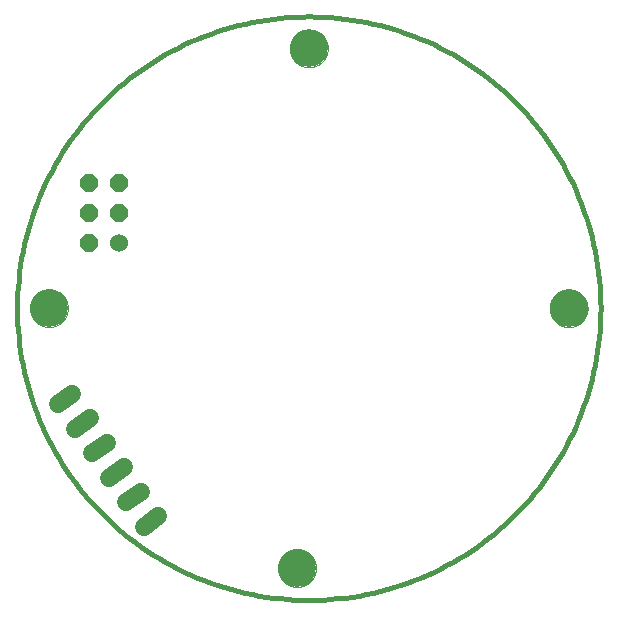
<source format=gbs>
G75*
%MOIN*%
%OFA0B0*%
%FSLAX25Y25*%
%IPPOS*%
%LPD*%
%AMOC8*
5,1,8,0,0,1.08239X$1,22.5*
%
%ADD10C,0.01600*%
%ADD11C,0.00000*%
%ADD12C,0.12598*%
%ADD13C,0.06000*%
%ADD14C,0.06000*%
%ADD15OC8,0.06000*%
D10*
X0002582Y0099819D02*
X0002611Y0102205D01*
X0002699Y0104590D01*
X0002845Y0106972D01*
X0003050Y0109350D01*
X0003313Y0111722D01*
X0003634Y0114087D01*
X0004014Y0116443D01*
X0004450Y0118789D01*
X0004945Y0121124D01*
X0005496Y0123446D01*
X0006104Y0125753D01*
X0006769Y0128045D01*
X0007490Y0130320D01*
X0008266Y0132577D01*
X0009098Y0134814D01*
X0009984Y0137030D01*
X0010924Y0139223D01*
X0011918Y0141393D01*
X0012965Y0143538D01*
X0014064Y0145656D01*
X0015214Y0147747D01*
X0016416Y0149809D01*
X0017668Y0151841D01*
X0018969Y0153841D01*
X0020320Y0155809D01*
X0021718Y0157743D01*
X0023163Y0159642D01*
X0024654Y0161505D01*
X0026190Y0163332D01*
X0027771Y0165119D01*
X0029395Y0166868D01*
X0031062Y0168576D01*
X0032770Y0170243D01*
X0034519Y0171867D01*
X0036306Y0173448D01*
X0038133Y0174984D01*
X0039996Y0176475D01*
X0041895Y0177920D01*
X0043829Y0179318D01*
X0045797Y0180669D01*
X0047797Y0181970D01*
X0049829Y0183222D01*
X0051891Y0184424D01*
X0053982Y0185574D01*
X0056100Y0186673D01*
X0058245Y0187720D01*
X0060415Y0188714D01*
X0062608Y0189654D01*
X0064824Y0190540D01*
X0067061Y0191372D01*
X0069318Y0192148D01*
X0071593Y0192869D01*
X0073885Y0193534D01*
X0076192Y0194142D01*
X0078514Y0194693D01*
X0080849Y0195188D01*
X0083195Y0195624D01*
X0085551Y0196004D01*
X0087916Y0196325D01*
X0090288Y0196588D01*
X0092666Y0196793D01*
X0095048Y0196939D01*
X0097433Y0197027D01*
X0099819Y0197056D01*
X0102205Y0197027D01*
X0104590Y0196939D01*
X0106972Y0196793D01*
X0109350Y0196588D01*
X0111722Y0196325D01*
X0114087Y0196004D01*
X0116443Y0195624D01*
X0118789Y0195188D01*
X0121124Y0194693D01*
X0123446Y0194142D01*
X0125753Y0193534D01*
X0128045Y0192869D01*
X0130320Y0192148D01*
X0132577Y0191372D01*
X0134814Y0190540D01*
X0137030Y0189654D01*
X0139223Y0188714D01*
X0141393Y0187720D01*
X0143538Y0186673D01*
X0145656Y0185574D01*
X0147747Y0184424D01*
X0149809Y0183222D01*
X0151841Y0181970D01*
X0153841Y0180669D01*
X0155809Y0179318D01*
X0157743Y0177920D01*
X0159642Y0176475D01*
X0161505Y0174984D01*
X0163332Y0173448D01*
X0165119Y0171867D01*
X0166868Y0170243D01*
X0168576Y0168576D01*
X0170243Y0166868D01*
X0171867Y0165119D01*
X0173448Y0163332D01*
X0174984Y0161505D01*
X0176475Y0159642D01*
X0177920Y0157743D01*
X0179318Y0155809D01*
X0180669Y0153841D01*
X0181970Y0151841D01*
X0183222Y0149809D01*
X0184424Y0147747D01*
X0185574Y0145656D01*
X0186673Y0143538D01*
X0187720Y0141393D01*
X0188714Y0139223D01*
X0189654Y0137030D01*
X0190540Y0134814D01*
X0191372Y0132577D01*
X0192148Y0130320D01*
X0192869Y0128045D01*
X0193534Y0125753D01*
X0194142Y0123446D01*
X0194693Y0121124D01*
X0195188Y0118789D01*
X0195624Y0116443D01*
X0196004Y0114087D01*
X0196325Y0111722D01*
X0196588Y0109350D01*
X0196793Y0106972D01*
X0196939Y0104590D01*
X0197027Y0102205D01*
X0197056Y0099819D01*
X0197027Y0097433D01*
X0196939Y0095048D01*
X0196793Y0092666D01*
X0196588Y0090288D01*
X0196325Y0087916D01*
X0196004Y0085551D01*
X0195624Y0083195D01*
X0195188Y0080849D01*
X0194693Y0078514D01*
X0194142Y0076192D01*
X0193534Y0073885D01*
X0192869Y0071593D01*
X0192148Y0069318D01*
X0191372Y0067061D01*
X0190540Y0064824D01*
X0189654Y0062608D01*
X0188714Y0060415D01*
X0187720Y0058245D01*
X0186673Y0056100D01*
X0185574Y0053982D01*
X0184424Y0051891D01*
X0183222Y0049829D01*
X0181970Y0047797D01*
X0180669Y0045797D01*
X0179318Y0043829D01*
X0177920Y0041895D01*
X0176475Y0039996D01*
X0174984Y0038133D01*
X0173448Y0036306D01*
X0171867Y0034519D01*
X0170243Y0032770D01*
X0168576Y0031062D01*
X0166868Y0029395D01*
X0165119Y0027771D01*
X0163332Y0026190D01*
X0161505Y0024654D01*
X0159642Y0023163D01*
X0157743Y0021718D01*
X0155809Y0020320D01*
X0153841Y0018969D01*
X0151841Y0017668D01*
X0149809Y0016416D01*
X0147747Y0015214D01*
X0145656Y0014064D01*
X0143538Y0012965D01*
X0141393Y0011918D01*
X0139223Y0010924D01*
X0137030Y0009984D01*
X0134814Y0009098D01*
X0132577Y0008266D01*
X0130320Y0007490D01*
X0128045Y0006769D01*
X0125753Y0006104D01*
X0123446Y0005496D01*
X0121124Y0004945D01*
X0118789Y0004450D01*
X0116443Y0004014D01*
X0114087Y0003634D01*
X0111722Y0003313D01*
X0109350Y0003050D01*
X0106972Y0002845D01*
X0104590Y0002699D01*
X0102205Y0002611D01*
X0099819Y0002582D01*
X0097433Y0002611D01*
X0095048Y0002699D01*
X0092666Y0002845D01*
X0090288Y0003050D01*
X0087916Y0003313D01*
X0085551Y0003634D01*
X0083195Y0004014D01*
X0080849Y0004450D01*
X0078514Y0004945D01*
X0076192Y0005496D01*
X0073885Y0006104D01*
X0071593Y0006769D01*
X0069318Y0007490D01*
X0067061Y0008266D01*
X0064824Y0009098D01*
X0062608Y0009984D01*
X0060415Y0010924D01*
X0058245Y0011918D01*
X0056100Y0012965D01*
X0053982Y0014064D01*
X0051891Y0015214D01*
X0049829Y0016416D01*
X0047797Y0017668D01*
X0045797Y0018969D01*
X0043829Y0020320D01*
X0041895Y0021718D01*
X0039996Y0023163D01*
X0038133Y0024654D01*
X0036306Y0026190D01*
X0034519Y0027771D01*
X0032770Y0029395D01*
X0031062Y0031062D01*
X0029395Y0032770D01*
X0027771Y0034519D01*
X0026190Y0036306D01*
X0024654Y0038133D01*
X0023163Y0039996D01*
X0021718Y0041895D01*
X0020320Y0043829D01*
X0018969Y0045797D01*
X0017668Y0047797D01*
X0016416Y0049829D01*
X0015214Y0051891D01*
X0014064Y0053982D01*
X0012965Y0056100D01*
X0011918Y0058245D01*
X0010924Y0060415D01*
X0009984Y0062608D01*
X0009098Y0064824D01*
X0008266Y0067061D01*
X0007490Y0069318D01*
X0006769Y0071593D01*
X0006104Y0073885D01*
X0005496Y0076192D01*
X0004945Y0078514D01*
X0004450Y0080849D01*
X0004014Y0083195D01*
X0003634Y0085551D01*
X0003313Y0087916D01*
X0003050Y0090288D01*
X0002845Y0092666D01*
X0002699Y0095048D01*
X0002611Y0097433D01*
X0002582Y0099819D01*
D11*
X0006906Y0099819D02*
X0006908Y0099977D01*
X0006914Y0100135D01*
X0006924Y0100293D01*
X0006938Y0100451D01*
X0006956Y0100608D01*
X0006977Y0100765D01*
X0007003Y0100921D01*
X0007033Y0101077D01*
X0007066Y0101232D01*
X0007104Y0101385D01*
X0007145Y0101538D01*
X0007190Y0101690D01*
X0007239Y0101841D01*
X0007292Y0101990D01*
X0007348Y0102138D01*
X0007408Y0102284D01*
X0007472Y0102429D01*
X0007540Y0102572D01*
X0007611Y0102714D01*
X0007685Y0102854D01*
X0007763Y0102991D01*
X0007845Y0103127D01*
X0007929Y0103261D01*
X0008018Y0103392D01*
X0008109Y0103521D01*
X0008204Y0103648D01*
X0008301Y0103773D01*
X0008402Y0103895D01*
X0008506Y0104014D01*
X0008613Y0104131D01*
X0008723Y0104245D01*
X0008836Y0104356D01*
X0008951Y0104465D01*
X0009069Y0104570D01*
X0009190Y0104672D01*
X0009313Y0104772D01*
X0009439Y0104868D01*
X0009567Y0104961D01*
X0009697Y0105051D01*
X0009830Y0105137D01*
X0009965Y0105221D01*
X0010101Y0105300D01*
X0010240Y0105377D01*
X0010381Y0105449D01*
X0010523Y0105519D01*
X0010667Y0105584D01*
X0010813Y0105646D01*
X0010960Y0105704D01*
X0011109Y0105759D01*
X0011259Y0105810D01*
X0011410Y0105857D01*
X0011562Y0105900D01*
X0011715Y0105939D01*
X0011870Y0105975D01*
X0012025Y0106006D01*
X0012181Y0106034D01*
X0012337Y0106058D01*
X0012494Y0106078D01*
X0012652Y0106094D01*
X0012809Y0106106D01*
X0012968Y0106114D01*
X0013126Y0106118D01*
X0013284Y0106118D01*
X0013442Y0106114D01*
X0013601Y0106106D01*
X0013758Y0106094D01*
X0013916Y0106078D01*
X0014073Y0106058D01*
X0014229Y0106034D01*
X0014385Y0106006D01*
X0014540Y0105975D01*
X0014695Y0105939D01*
X0014848Y0105900D01*
X0015000Y0105857D01*
X0015151Y0105810D01*
X0015301Y0105759D01*
X0015450Y0105704D01*
X0015597Y0105646D01*
X0015743Y0105584D01*
X0015887Y0105519D01*
X0016029Y0105449D01*
X0016170Y0105377D01*
X0016309Y0105300D01*
X0016445Y0105221D01*
X0016580Y0105137D01*
X0016713Y0105051D01*
X0016843Y0104961D01*
X0016971Y0104868D01*
X0017097Y0104772D01*
X0017220Y0104672D01*
X0017341Y0104570D01*
X0017459Y0104465D01*
X0017574Y0104356D01*
X0017687Y0104245D01*
X0017797Y0104131D01*
X0017904Y0104014D01*
X0018008Y0103895D01*
X0018109Y0103773D01*
X0018206Y0103648D01*
X0018301Y0103521D01*
X0018392Y0103392D01*
X0018481Y0103261D01*
X0018565Y0103127D01*
X0018647Y0102991D01*
X0018725Y0102854D01*
X0018799Y0102714D01*
X0018870Y0102572D01*
X0018938Y0102429D01*
X0019002Y0102284D01*
X0019062Y0102138D01*
X0019118Y0101990D01*
X0019171Y0101841D01*
X0019220Y0101690D01*
X0019265Y0101538D01*
X0019306Y0101385D01*
X0019344Y0101232D01*
X0019377Y0101077D01*
X0019407Y0100921D01*
X0019433Y0100765D01*
X0019454Y0100608D01*
X0019472Y0100451D01*
X0019486Y0100293D01*
X0019496Y0100135D01*
X0019502Y0099977D01*
X0019504Y0099819D01*
X0019502Y0099661D01*
X0019496Y0099503D01*
X0019486Y0099345D01*
X0019472Y0099187D01*
X0019454Y0099030D01*
X0019433Y0098873D01*
X0019407Y0098717D01*
X0019377Y0098561D01*
X0019344Y0098406D01*
X0019306Y0098253D01*
X0019265Y0098100D01*
X0019220Y0097948D01*
X0019171Y0097797D01*
X0019118Y0097648D01*
X0019062Y0097500D01*
X0019002Y0097354D01*
X0018938Y0097209D01*
X0018870Y0097066D01*
X0018799Y0096924D01*
X0018725Y0096784D01*
X0018647Y0096647D01*
X0018565Y0096511D01*
X0018481Y0096377D01*
X0018392Y0096246D01*
X0018301Y0096117D01*
X0018206Y0095990D01*
X0018109Y0095865D01*
X0018008Y0095743D01*
X0017904Y0095624D01*
X0017797Y0095507D01*
X0017687Y0095393D01*
X0017574Y0095282D01*
X0017459Y0095173D01*
X0017341Y0095068D01*
X0017220Y0094966D01*
X0017097Y0094866D01*
X0016971Y0094770D01*
X0016843Y0094677D01*
X0016713Y0094587D01*
X0016580Y0094501D01*
X0016445Y0094417D01*
X0016309Y0094338D01*
X0016170Y0094261D01*
X0016029Y0094189D01*
X0015887Y0094119D01*
X0015743Y0094054D01*
X0015597Y0093992D01*
X0015450Y0093934D01*
X0015301Y0093879D01*
X0015151Y0093828D01*
X0015000Y0093781D01*
X0014848Y0093738D01*
X0014695Y0093699D01*
X0014540Y0093663D01*
X0014385Y0093632D01*
X0014229Y0093604D01*
X0014073Y0093580D01*
X0013916Y0093560D01*
X0013758Y0093544D01*
X0013601Y0093532D01*
X0013442Y0093524D01*
X0013284Y0093520D01*
X0013126Y0093520D01*
X0012968Y0093524D01*
X0012809Y0093532D01*
X0012652Y0093544D01*
X0012494Y0093560D01*
X0012337Y0093580D01*
X0012181Y0093604D01*
X0012025Y0093632D01*
X0011870Y0093663D01*
X0011715Y0093699D01*
X0011562Y0093738D01*
X0011410Y0093781D01*
X0011259Y0093828D01*
X0011109Y0093879D01*
X0010960Y0093934D01*
X0010813Y0093992D01*
X0010667Y0094054D01*
X0010523Y0094119D01*
X0010381Y0094189D01*
X0010240Y0094261D01*
X0010101Y0094338D01*
X0009965Y0094417D01*
X0009830Y0094501D01*
X0009697Y0094587D01*
X0009567Y0094677D01*
X0009439Y0094770D01*
X0009313Y0094866D01*
X0009190Y0094966D01*
X0009069Y0095068D01*
X0008951Y0095173D01*
X0008836Y0095282D01*
X0008723Y0095393D01*
X0008613Y0095507D01*
X0008506Y0095624D01*
X0008402Y0095743D01*
X0008301Y0095865D01*
X0008204Y0095990D01*
X0008109Y0096117D01*
X0008018Y0096246D01*
X0007929Y0096377D01*
X0007845Y0096511D01*
X0007763Y0096647D01*
X0007685Y0096784D01*
X0007611Y0096924D01*
X0007540Y0097066D01*
X0007472Y0097209D01*
X0007408Y0097354D01*
X0007348Y0097500D01*
X0007292Y0097648D01*
X0007239Y0097797D01*
X0007190Y0097948D01*
X0007145Y0098100D01*
X0007104Y0098253D01*
X0007066Y0098406D01*
X0007033Y0098561D01*
X0007003Y0098717D01*
X0006977Y0098873D01*
X0006956Y0099030D01*
X0006938Y0099187D01*
X0006924Y0099345D01*
X0006914Y0099503D01*
X0006908Y0099661D01*
X0006906Y0099819D01*
X0089583Y0013205D02*
X0089585Y0013363D01*
X0089591Y0013521D01*
X0089601Y0013679D01*
X0089615Y0013837D01*
X0089633Y0013994D01*
X0089654Y0014151D01*
X0089680Y0014307D01*
X0089710Y0014463D01*
X0089743Y0014618D01*
X0089781Y0014771D01*
X0089822Y0014924D01*
X0089867Y0015076D01*
X0089916Y0015227D01*
X0089969Y0015376D01*
X0090025Y0015524D01*
X0090085Y0015670D01*
X0090149Y0015815D01*
X0090217Y0015958D01*
X0090288Y0016100D01*
X0090362Y0016240D01*
X0090440Y0016377D01*
X0090522Y0016513D01*
X0090606Y0016647D01*
X0090695Y0016778D01*
X0090786Y0016907D01*
X0090881Y0017034D01*
X0090978Y0017159D01*
X0091079Y0017281D01*
X0091183Y0017400D01*
X0091290Y0017517D01*
X0091400Y0017631D01*
X0091513Y0017742D01*
X0091628Y0017851D01*
X0091746Y0017956D01*
X0091867Y0018058D01*
X0091990Y0018158D01*
X0092116Y0018254D01*
X0092244Y0018347D01*
X0092374Y0018437D01*
X0092507Y0018523D01*
X0092642Y0018607D01*
X0092778Y0018686D01*
X0092917Y0018763D01*
X0093058Y0018835D01*
X0093200Y0018905D01*
X0093344Y0018970D01*
X0093490Y0019032D01*
X0093637Y0019090D01*
X0093786Y0019145D01*
X0093936Y0019196D01*
X0094087Y0019243D01*
X0094239Y0019286D01*
X0094392Y0019325D01*
X0094547Y0019361D01*
X0094702Y0019392D01*
X0094858Y0019420D01*
X0095014Y0019444D01*
X0095171Y0019464D01*
X0095329Y0019480D01*
X0095486Y0019492D01*
X0095645Y0019500D01*
X0095803Y0019504D01*
X0095961Y0019504D01*
X0096119Y0019500D01*
X0096278Y0019492D01*
X0096435Y0019480D01*
X0096593Y0019464D01*
X0096750Y0019444D01*
X0096906Y0019420D01*
X0097062Y0019392D01*
X0097217Y0019361D01*
X0097372Y0019325D01*
X0097525Y0019286D01*
X0097677Y0019243D01*
X0097828Y0019196D01*
X0097978Y0019145D01*
X0098127Y0019090D01*
X0098274Y0019032D01*
X0098420Y0018970D01*
X0098564Y0018905D01*
X0098706Y0018835D01*
X0098847Y0018763D01*
X0098986Y0018686D01*
X0099122Y0018607D01*
X0099257Y0018523D01*
X0099390Y0018437D01*
X0099520Y0018347D01*
X0099648Y0018254D01*
X0099774Y0018158D01*
X0099897Y0018058D01*
X0100018Y0017956D01*
X0100136Y0017851D01*
X0100251Y0017742D01*
X0100364Y0017631D01*
X0100474Y0017517D01*
X0100581Y0017400D01*
X0100685Y0017281D01*
X0100786Y0017159D01*
X0100883Y0017034D01*
X0100978Y0016907D01*
X0101069Y0016778D01*
X0101158Y0016647D01*
X0101242Y0016513D01*
X0101324Y0016377D01*
X0101402Y0016240D01*
X0101476Y0016100D01*
X0101547Y0015958D01*
X0101615Y0015815D01*
X0101679Y0015670D01*
X0101739Y0015524D01*
X0101795Y0015376D01*
X0101848Y0015227D01*
X0101897Y0015076D01*
X0101942Y0014924D01*
X0101983Y0014771D01*
X0102021Y0014618D01*
X0102054Y0014463D01*
X0102084Y0014307D01*
X0102110Y0014151D01*
X0102131Y0013994D01*
X0102149Y0013837D01*
X0102163Y0013679D01*
X0102173Y0013521D01*
X0102179Y0013363D01*
X0102181Y0013205D01*
X0102179Y0013047D01*
X0102173Y0012889D01*
X0102163Y0012731D01*
X0102149Y0012573D01*
X0102131Y0012416D01*
X0102110Y0012259D01*
X0102084Y0012103D01*
X0102054Y0011947D01*
X0102021Y0011792D01*
X0101983Y0011639D01*
X0101942Y0011486D01*
X0101897Y0011334D01*
X0101848Y0011183D01*
X0101795Y0011034D01*
X0101739Y0010886D01*
X0101679Y0010740D01*
X0101615Y0010595D01*
X0101547Y0010452D01*
X0101476Y0010310D01*
X0101402Y0010170D01*
X0101324Y0010033D01*
X0101242Y0009897D01*
X0101158Y0009763D01*
X0101069Y0009632D01*
X0100978Y0009503D01*
X0100883Y0009376D01*
X0100786Y0009251D01*
X0100685Y0009129D01*
X0100581Y0009010D01*
X0100474Y0008893D01*
X0100364Y0008779D01*
X0100251Y0008668D01*
X0100136Y0008559D01*
X0100018Y0008454D01*
X0099897Y0008352D01*
X0099774Y0008252D01*
X0099648Y0008156D01*
X0099520Y0008063D01*
X0099390Y0007973D01*
X0099257Y0007887D01*
X0099122Y0007803D01*
X0098986Y0007724D01*
X0098847Y0007647D01*
X0098706Y0007575D01*
X0098564Y0007505D01*
X0098420Y0007440D01*
X0098274Y0007378D01*
X0098127Y0007320D01*
X0097978Y0007265D01*
X0097828Y0007214D01*
X0097677Y0007167D01*
X0097525Y0007124D01*
X0097372Y0007085D01*
X0097217Y0007049D01*
X0097062Y0007018D01*
X0096906Y0006990D01*
X0096750Y0006966D01*
X0096593Y0006946D01*
X0096435Y0006930D01*
X0096278Y0006918D01*
X0096119Y0006910D01*
X0095961Y0006906D01*
X0095803Y0006906D01*
X0095645Y0006910D01*
X0095486Y0006918D01*
X0095329Y0006930D01*
X0095171Y0006946D01*
X0095014Y0006966D01*
X0094858Y0006990D01*
X0094702Y0007018D01*
X0094547Y0007049D01*
X0094392Y0007085D01*
X0094239Y0007124D01*
X0094087Y0007167D01*
X0093936Y0007214D01*
X0093786Y0007265D01*
X0093637Y0007320D01*
X0093490Y0007378D01*
X0093344Y0007440D01*
X0093200Y0007505D01*
X0093058Y0007575D01*
X0092917Y0007647D01*
X0092778Y0007724D01*
X0092642Y0007803D01*
X0092507Y0007887D01*
X0092374Y0007973D01*
X0092244Y0008063D01*
X0092116Y0008156D01*
X0091990Y0008252D01*
X0091867Y0008352D01*
X0091746Y0008454D01*
X0091628Y0008559D01*
X0091513Y0008668D01*
X0091400Y0008779D01*
X0091290Y0008893D01*
X0091183Y0009010D01*
X0091079Y0009129D01*
X0090978Y0009251D01*
X0090881Y0009376D01*
X0090786Y0009503D01*
X0090695Y0009632D01*
X0090606Y0009763D01*
X0090522Y0009897D01*
X0090440Y0010033D01*
X0090362Y0010170D01*
X0090288Y0010310D01*
X0090217Y0010452D01*
X0090149Y0010595D01*
X0090085Y0010740D01*
X0090025Y0010886D01*
X0089969Y0011034D01*
X0089916Y0011183D01*
X0089867Y0011334D01*
X0089822Y0011486D01*
X0089781Y0011639D01*
X0089743Y0011792D01*
X0089710Y0011947D01*
X0089680Y0012103D01*
X0089654Y0012259D01*
X0089633Y0012416D01*
X0089615Y0012573D01*
X0089601Y0012731D01*
X0089591Y0012889D01*
X0089585Y0013047D01*
X0089583Y0013205D01*
X0180134Y0099819D02*
X0180136Y0099977D01*
X0180142Y0100135D01*
X0180152Y0100293D01*
X0180166Y0100451D01*
X0180184Y0100608D01*
X0180205Y0100765D01*
X0180231Y0100921D01*
X0180261Y0101077D01*
X0180294Y0101232D01*
X0180332Y0101385D01*
X0180373Y0101538D01*
X0180418Y0101690D01*
X0180467Y0101841D01*
X0180520Y0101990D01*
X0180576Y0102138D01*
X0180636Y0102284D01*
X0180700Y0102429D01*
X0180768Y0102572D01*
X0180839Y0102714D01*
X0180913Y0102854D01*
X0180991Y0102991D01*
X0181073Y0103127D01*
X0181157Y0103261D01*
X0181246Y0103392D01*
X0181337Y0103521D01*
X0181432Y0103648D01*
X0181529Y0103773D01*
X0181630Y0103895D01*
X0181734Y0104014D01*
X0181841Y0104131D01*
X0181951Y0104245D01*
X0182064Y0104356D01*
X0182179Y0104465D01*
X0182297Y0104570D01*
X0182418Y0104672D01*
X0182541Y0104772D01*
X0182667Y0104868D01*
X0182795Y0104961D01*
X0182925Y0105051D01*
X0183058Y0105137D01*
X0183193Y0105221D01*
X0183329Y0105300D01*
X0183468Y0105377D01*
X0183609Y0105449D01*
X0183751Y0105519D01*
X0183895Y0105584D01*
X0184041Y0105646D01*
X0184188Y0105704D01*
X0184337Y0105759D01*
X0184487Y0105810D01*
X0184638Y0105857D01*
X0184790Y0105900D01*
X0184943Y0105939D01*
X0185098Y0105975D01*
X0185253Y0106006D01*
X0185409Y0106034D01*
X0185565Y0106058D01*
X0185722Y0106078D01*
X0185880Y0106094D01*
X0186037Y0106106D01*
X0186196Y0106114D01*
X0186354Y0106118D01*
X0186512Y0106118D01*
X0186670Y0106114D01*
X0186829Y0106106D01*
X0186986Y0106094D01*
X0187144Y0106078D01*
X0187301Y0106058D01*
X0187457Y0106034D01*
X0187613Y0106006D01*
X0187768Y0105975D01*
X0187923Y0105939D01*
X0188076Y0105900D01*
X0188228Y0105857D01*
X0188379Y0105810D01*
X0188529Y0105759D01*
X0188678Y0105704D01*
X0188825Y0105646D01*
X0188971Y0105584D01*
X0189115Y0105519D01*
X0189257Y0105449D01*
X0189398Y0105377D01*
X0189537Y0105300D01*
X0189673Y0105221D01*
X0189808Y0105137D01*
X0189941Y0105051D01*
X0190071Y0104961D01*
X0190199Y0104868D01*
X0190325Y0104772D01*
X0190448Y0104672D01*
X0190569Y0104570D01*
X0190687Y0104465D01*
X0190802Y0104356D01*
X0190915Y0104245D01*
X0191025Y0104131D01*
X0191132Y0104014D01*
X0191236Y0103895D01*
X0191337Y0103773D01*
X0191434Y0103648D01*
X0191529Y0103521D01*
X0191620Y0103392D01*
X0191709Y0103261D01*
X0191793Y0103127D01*
X0191875Y0102991D01*
X0191953Y0102854D01*
X0192027Y0102714D01*
X0192098Y0102572D01*
X0192166Y0102429D01*
X0192230Y0102284D01*
X0192290Y0102138D01*
X0192346Y0101990D01*
X0192399Y0101841D01*
X0192448Y0101690D01*
X0192493Y0101538D01*
X0192534Y0101385D01*
X0192572Y0101232D01*
X0192605Y0101077D01*
X0192635Y0100921D01*
X0192661Y0100765D01*
X0192682Y0100608D01*
X0192700Y0100451D01*
X0192714Y0100293D01*
X0192724Y0100135D01*
X0192730Y0099977D01*
X0192732Y0099819D01*
X0192730Y0099661D01*
X0192724Y0099503D01*
X0192714Y0099345D01*
X0192700Y0099187D01*
X0192682Y0099030D01*
X0192661Y0098873D01*
X0192635Y0098717D01*
X0192605Y0098561D01*
X0192572Y0098406D01*
X0192534Y0098253D01*
X0192493Y0098100D01*
X0192448Y0097948D01*
X0192399Y0097797D01*
X0192346Y0097648D01*
X0192290Y0097500D01*
X0192230Y0097354D01*
X0192166Y0097209D01*
X0192098Y0097066D01*
X0192027Y0096924D01*
X0191953Y0096784D01*
X0191875Y0096647D01*
X0191793Y0096511D01*
X0191709Y0096377D01*
X0191620Y0096246D01*
X0191529Y0096117D01*
X0191434Y0095990D01*
X0191337Y0095865D01*
X0191236Y0095743D01*
X0191132Y0095624D01*
X0191025Y0095507D01*
X0190915Y0095393D01*
X0190802Y0095282D01*
X0190687Y0095173D01*
X0190569Y0095068D01*
X0190448Y0094966D01*
X0190325Y0094866D01*
X0190199Y0094770D01*
X0190071Y0094677D01*
X0189941Y0094587D01*
X0189808Y0094501D01*
X0189673Y0094417D01*
X0189537Y0094338D01*
X0189398Y0094261D01*
X0189257Y0094189D01*
X0189115Y0094119D01*
X0188971Y0094054D01*
X0188825Y0093992D01*
X0188678Y0093934D01*
X0188529Y0093879D01*
X0188379Y0093828D01*
X0188228Y0093781D01*
X0188076Y0093738D01*
X0187923Y0093699D01*
X0187768Y0093663D01*
X0187613Y0093632D01*
X0187457Y0093604D01*
X0187301Y0093580D01*
X0187144Y0093560D01*
X0186986Y0093544D01*
X0186829Y0093532D01*
X0186670Y0093524D01*
X0186512Y0093520D01*
X0186354Y0093520D01*
X0186196Y0093524D01*
X0186037Y0093532D01*
X0185880Y0093544D01*
X0185722Y0093560D01*
X0185565Y0093580D01*
X0185409Y0093604D01*
X0185253Y0093632D01*
X0185098Y0093663D01*
X0184943Y0093699D01*
X0184790Y0093738D01*
X0184638Y0093781D01*
X0184487Y0093828D01*
X0184337Y0093879D01*
X0184188Y0093934D01*
X0184041Y0093992D01*
X0183895Y0094054D01*
X0183751Y0094119D01*
X0183609Y0094189D01*
X0183468Y0094261D01*
X0183329Y0094338D01*
X0183193Y0094417D01*
X0183058Y0094501D01*
X0182925Y0094587D01*
X0182795Y0094677D01*
X0182667Y0094770D01*
X0182541Y0094866D01*
X0182418Y0094966D01*
X0182297Y0095068D01*
X0182179Y0095173D01*
X0182064Y0095282D01*
X0181951Y0095393D01*
X0181841Y0095507D01*
X0181734Y0095624D01*
X0181630Y0095743D01*
X0181529Y0095865D01*
X0181432Y0095990D01*
X0181337Y0096117D01*
X0181246Y0096246D01*
X0181157Y0096377D01*
X0181073Y0096511D01*
X0180991Y0096647D01*
X0180913Y0096784D01*
X0180839Y0096924D01*
X0180768Y0097066D01*
X0180700Y0097209D01*
X0180636Y0097354D01*
X0180576Y0097500D01*
X0180520Y0097648D01*
X0180467Y0097797D01*
X0180418Y0097948D01*
X0180373Y0098100D01*
X0180332Y0098253D01*
X0180294Y0098406D01*
X0180261Y0098561D01*
X0180231Y0098717D01*
X0180205Y0098873D01*
X0180184Y0099030D01*
X0180166Y0099187D01*
X0180152Y0099345D01*
X0180142Y0099503D01*
X0180136Y0099661D01*
X0180134Y0099819D01*
X0093520Y0186433D02*
X0093522Y0186591D01*
X0093528Y0186749D01*
X0093538Y0186907D01*
X0093552Y0187065D01*
X0093570Y0187222D01*
X0093591Y0187379D01*
X0093617Y0187535D01*
X0093647Y0187691D01*
X0093680Y0187846D01*
X0093718Y0187999D01*
X0093759Y0188152D01*
X0093804Y0188304D01*
X0093853Y0188455D01*
X0093906Y0188604D01*
X0093962Y0188752D01*
X0094022Y0188898D01*
X0094086Y0189043D01*
X0094154Y0189186D01*
X0094225Y0189328D01*
X0094299Y0189468D01*
X0094377Y0189605D01*
X0094459Y0189741D01*
X0094543Y0189875D01*
X0094632Y0190006D01*
X0094723Y0190135D01*
X0094818Y0190262D01*
X0094915Y0190387D01*
X0095016Y0190509D01*
X0095120Y0190628D01*
X0095227Y0190745D01*
X0095337Y0190859D01*
X0095450Y0190970D01*
X0095565Y0191079D01*
X0095683Y0191184D01*
X0095804Y0191286D01*
X0095927Y0191386D01*
X0096053Y0191482D01*
X0096181Y0191575D01*
X0096311Y0191665D01*
X0096444Y0191751D01*
X0096579Y0191835D01*
X0096715Y0191914D01*
X0096854Y0191991D01*
X0096995Y0192063D01*
X0097137Y0192133D01*
X0097281Y0192198D01*
X0097427Y0192260D01*
X0097574Y0192318D01*
X0097723Y0192373D01*
X0097873Y0192424D01*
X0098024Y0192471D01*
X0098176Y0192514D01*
X0098329Y0192553D01*
X0098484Y0192589D01*
X0098639Y0192620D01*
X0098795Y0192648D01*
X0098951Y0192672D01*
X0099108Y0192692D01*
X0099266Y0192708D01*
X0099423Y0192720D01*
X0099582Y0192728D01*
X0099740Y0192732D01*
X0099898Y0192732D01*
X0100056Y0192728D01*
X0100215Y0192720D01*
X0100372Y0192708D01*
X0100530Y0192692D01*
X0100687Y0192672D01*
X0100843Y0192648D01*
X0100999Y0192620D01*
X0101154Y0192589D01*
X0101309Y0192553D01*
X0101462Y0192514D01*
X0101614Y0192471D01*
X0101765Y0192424D01*
X0101915Y0192373D01*
X0102064Y0192318D01*
X0102211Y0192260D01*
X0102357Y0192198D01*
X0102501Y0192133D01*
X0102643Y0192063D01*
X0102784Y0191991D01*
X0102923Y0191914D01*
X0103059Y0191835D01*
X0103194Y0191751D01*
X0103327Y0191665D01*
X0103457Y0191575D01*
X0103585Y0191482D01*
X0103711Y0191386D01*
X0103834Y0191286D01*
X0103955Y0191184D01*
X0104073Y0191079D01*
X0104188Y0190970D01*
X0104301Y0190859D01*
X0104411Y0190745D01*
X0104518Y0190628D01*
X0104622Y0190509D01*
X0104723Y0190387D01*
X0104820Y0190262D01*
X0104915Y0190135D01*
X0105006Y0190006D01*
X0105095Y0189875D01*
X0105179Y0189741D01*
X0105261Y0189605D01*
X0105339Y0189468D01*
X0105413Y0189328D01*
X0105484Y0189186D01*
X0105552Y0189043D01*
X0105616Y0188898D01*
X0105676Y0188752D01*
X0105732Y0188604D01*
X0105785Y0188455D01*
X0105834Y0188304D01*
X0105879Y0188152D01*
X0105920Y0187999D01*
X0105958Y0187846D01*
X0105991Y0187691D01*
X0106021Y0187535D01*
X0106047Y0187379D01*
X0106068Y0187222D01*
X0106086Y0187065D01*
X0106100Y0186907D01*
X0106110Y0186749D01*
X0106116Y0186591D01*
X0106118Y0186433D01*
X0106116Y0186275D01*
X0106110Y0186117D01*
X0106100Y0185959D01*
X0106086Y0185801D01*
X0106068Y0185644D01*
X0106047Y0185487D01*
X0106021Y0185331D01*
X0105991Y0185175D01*
X0105958Y0185020D01*
X0105920Y0184867D01*
X0105879Y0184714D01*
X0105834Y0184562D01*
X0105785Y0184411D01*
X0105732Y0184262D01*
X0105676Y0184114D01*
X0105616Y0183968D01*
X0105552Y0183823D01*
X0105484Y0183680D01*
X0105413Y0183538D01*
X0105339Y0183398D01*
X0105261Y0183261D01*
X0105179Y0183125D01*
X0105095Y0182991D01*
X0105006Y0182860D01*
X0104915Y0182731D01*
X0104820Y0182604D01*
X0104723Y0182479D01*
X0104622Y0182357D01*
X0104518Y0182238D01*
X0104411Y0182121D01*
X0104301Y0182007D01*
X0104188Y0181896D01*
X0104073Y0181787D01*
X0103955Y0181682D01*
X0103834Y0181580D01*
X0103711Y0181480D01*
X0103585Y0181384D01*
X0103457Y0181291D01*
X0103327Y0181201D01*
X0103194Y0181115D01*
X0103059Y0181031D01*
X0102923Y0180952D01*
X0102784Y0180875D01*
X0102643Y0180803D01*
X0102501Y0180733D01*
X0102357Y0180668D01*
X0102211Y0180606D01*
X0102064Y0180548D01*
X0101915Y0180493D01*
X0101765Y0180442D01*
X0101614Y0180395D01*
X0101462Y0180352D01*
X0101309Y0180313D01*
X0101154Y0180277D01*
X0100999Y0180246D01*
X0100843Y0180218D01*
X0100687Y0180194D01*
X0100530Y0180174D01*
X0100372Y0180158D01*
X0100215Y0180146D01*
X0100056Y0180138D01*
X0099898Y0180134D01*
X0099740Y0180134D01*
X0099582Y0180138D01*
X0099423Y0180146D01*
X0099266Y0180158D01*
X0099108Y0180174D01*
X0098951Y0180194D01*
X0098795Y0180218D01*
X0098639Y0180246D01*
X0098484Y0180277D01*
X0098329Y0180313D01*
X0098176Y0180352D01*
X0098024Y0180395D01*
X0097873Y0180442D01*
X0097723Y0180493D01*
X0097574Y0180548D01*
X0097427Y0180606D01*
X0097281Y0180668D01*
X0097137Y0180733D01*
X0096995Y0180803D01*
X0096854Y0180875D01*
X0096715Y0180952D01*
X0096579Y0181031D01*
X0096444Y0181115D01*
X0096311Y0181201D01*
X0096181Y0181291D01*
X0096053Y0181384D01*
X0095927Y0181480D01*
X0095804Y0181580D01*
X0095683Y0181682D01*
X0095565Y0181787D01*
X0095450Y0181896D01*
X0095337Y0182007D01*
X0095227Y0182121D01*
X0095120Y0182238D01*
X0095016Y0182357D01*
X0094915Y0182479D01*
X0094818Y0182604D01*
X0094723Y0182731D01*
X0094632Y0182860D01*
X0094543Y0182991D01*
X0094459Y0183125D01*
X0094377Y0183261D01*
X0094299Y0183398D01*
X0094225Y0183538D01*
X0094154Y0183680D01*
X0094086Y0183823D01*
X0094022Y0183968D01*
X0093962Y0184114D01*
X0093906Y0184262D01*
X0093853Y0184411D01*
X0093804Y0184562D01*
X0093759Y0184714D01*
X0093718Y0184867D01*
X0093680Y0185020D01*
X0093647Y0185175D01*
X0093617Y0185331D01*
X0093591Y0185487D01*
X0093570Y0185644D01*
X0093552Y0185801D01*
X0093538Y0185959D01*
X0093528Y0186117D01*
X0093522Y0186275D01*
X0093520Y0186433D01*
D12*
X0099819Y0186433D03*
X0186433Y0099819D03*
X0095882Y0013205D03*
X0013205Y0099819D03*
D13*
X0043927Y0038575D02*
X0039012Y0035134D01*
X0033277Y0043325D02*
X0038191Y0046767D01*
X0032456Y0054958D02*
X0027541Y0051517D01*
X0021805Y0059708D02*
X0026720Y0063150D01*
X0020984Y0071341D02*
X0016069Y0067900D01*
X0044748Y0026942D02*
X0049663Y0030384D01*
D14*
X0036465Y0121630D03*
D15*
X0036465Y0131630D03*
X0036465Y0141630D03*
X0026465Y0141630D03*
X0026465Y0131630D03*
X0026465Y0121630D03*
M02*

</source>
